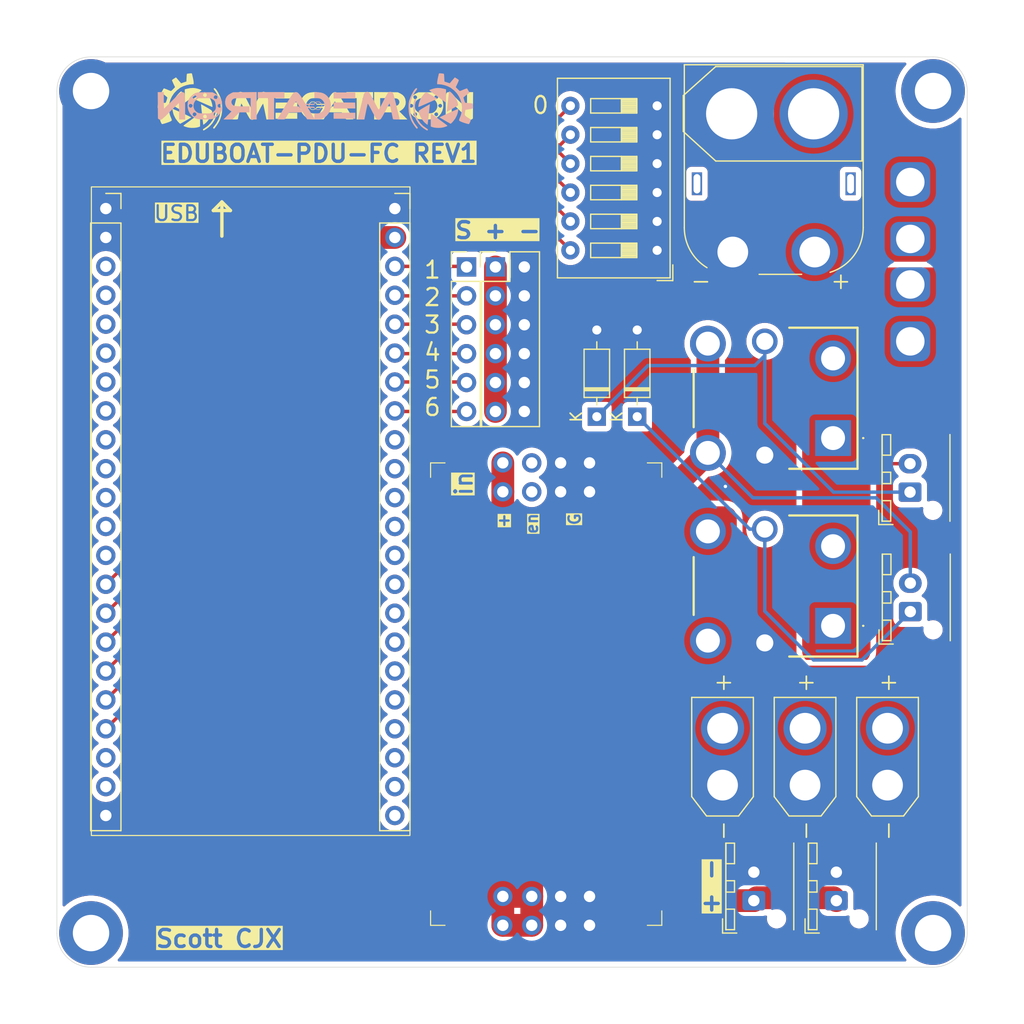
<source format=kicad_pcb>
(kicad_pcb (version 20241229) (generator "pcbnew") (generator_version "9.0")
  (layers (0 "F.Cu" signal) (2 "B.Cu" signal) (13 "F.Paste" user) (15 "B.Paste" user) (5 "F.SilkS" user "F.Silkscreen") (7 "B.SilkS" user "B.Silkscreen") (1 "F.Mask" user) (3 "B.Mask" user) (25 "Edge.Cuts" user))
  (net 0 "")
  (net 1 "V_{Fused}")
  (net 2 "+BATT")
  (net 3 "GND")
  (net 13 "/GP19")
  (net 14 "/GP48")
  (net 15 "/GP21")
  (net 16 "/CHNL-SEL-B1")
  (net 17 "/UART_TX")
  (net 18 "/GP36")
  (net 19 "/GP45")
  (net 20 "/UART_RX")
  (net 21 "/GP47")
  (net 22 "/CHNL-SEL-B4")
  (net 23 "/GP20")
  (net 24 "/CHNL-SEL-B5")
  (net 25 "/GP35")
  (net 26 "/GP37")
  (net 27 "/CHNL-SEL-B0")
  (net 28 "/CHNL-SEL-B2")
  (net 29 "/GP38")
  (net 30 "/GP00")
  (net 31 "/CHNL-SEL-B3")
  (net 32 "/GP07")
  (net 33 "+3V3")
  (net 34 "/GP05")
  (net 35 "/RST")
  (net 36 "/PWM-03")
  (net 37 "/GP04")
  (net 38 "/GP03")
  (net 39 "+5V")
  (net 40 "/GP08")
  (net 41 "/GP17")
  (net 42 "/PWM-04")
  (net 43 "/GP46")
  (net 44 "/GP18")
  (net 45 "/GP06")
  (net 46 "/PWM-06")
  (net 47 "/PWM-05")
  (net 48 "/GP15")
  (net 49 "/GP16")
  (net 50 "/PWM-01")
  (net 51 "/PWM-02")
  (net 52 "Net-(D101-K)")
  (net 53 "V_{HV}")
  (net 54 "Net-(D102-K)")
  (net 55 "V_{LV}")
  (net 56 "V_{HV-BUCK}")
  (footprint "MountingHole:MountingHole_3.2mm_M3_DIN965_Pad_TopBottom" (layer "F.Cu") (at 127 53)
    (property "Reference" "H102" (hide yes))
    (property "Value" "MountingHole_Pad")
    (pad "1" thru_hole circle (at 0 0) (size 3.6 3.6) (drill 3.2) (layers "*.Cu" "*.Mask"))
    (pad "1" connect circle (at 0 0) (size 5.6 5.6) (layers "F.Cu" "F.Mask"))
    (pad "1" connect circle (at 0 0) (size 5.6 5.6) (layers "B.Cu" "B.Mask"))
  )
  (footprint "Connector_PinSocket_2.54mm:PinSocket_1x22_P2.54mm_Vertical" (layer "F.Cu") (at 79.7 63.33)
    (property "Reference" "J102" (hide yes))
    (property "Value" "ESP32-R")
    (property "SIGP" "" (at 0 -6.35 0) (layer "F.SilkS" knockout) (effects (font (size 1.5 1.5) (thickness 0.3))))
    (pad "1" thru_hole rect (at 0 0) (size 1.7 1.7) (drill 1) (layers "*.Cu" "*.Mask") (net 3 "GND"))
    (pad "2" thru_hole oval (at 0 2.54) (size 1.7 1.7) (drill 1) (layers "*.Cu" "*.Mask") (net 39 "+5V"))
    (pad "3" thru_hole oval (at 0 5.08) (size 1.7 1.7) (drill 1) (layers "*.Cu" "*.Mask") (net 50 "/PWM-01"))
    (pad "4" thru_hole oval (at 0 7.62) (size 1.7 1.7) (drill 1) (layers "*.Cu" "*.Mask") (net 51 "/PWM-02"))
    (pad "5" thru_hole oval (at 0 10.16) (size 1.7 1.7) (drill 1) (layers "*.Cu" "*.Mask") (net 36 "/PWM-03"))
    (pad "6" thru_hole oval (at 0 12.7) (size 1.7 1.7) (drill 1) (layers "*.Cu" "*.Mask") (net 42 "/PWM-04"))
    (pad "7" thru_hole oval (at 0 15.24) (size 1.7 1.7) (drill 1) (layers "*.Cu" "*.Mask") (net 47 "/PWM-05"))
    (pad "8" thru_hole oval (at 0 17.78) (size 1.7 1.7) (drill 1) (layers "*.Cu" "*.Mask") (net 46 "/PWM-06"))
    (pad "9" thru_hole oval (at 0 20.32) (size 1.7 1.7) (drill 1) (layers "*.Cu" "*.Mask") (net 43 "/GP46"))
    (pad "10" thru_hole oval (at 0 22.86) (size 1.7 1.7) (drill 1) (layers "*.Cu" "*.Mask") (net 38 "/GP03"))
    (pad "11" thru_hole oval (at 0 25.4) (size 1.7 1.7) (drill 1) (layers "*.Cu" "*.Mask") (net 40 "/GP08"))
    (pad "12" thru_hole oval (at 0 27.94) (size 1.7 1.7) (drill 1) (layers "*.Cu" "*.Mask") (net 44 "/GP18"))
    (pad "13" thru_hole oval (at 0 30.48) (size 1.7 1.7) (drill 1) (layers "*.Cu" "*.Mask") (net 41 "/GP17"))
    (pad "14" thru_hole oval (at 0 33.02) (size 1.7 1.7) (drill 1) (layers "*.Cu" "*.Mask") (net 49 "/GP16"))
    (pad "15" thru_hole oval (at 0 35.56) (size 1.7 1.7) (drill 1) (layers "*.Cu" "*.Mask") (net 48 "/GP15"))
    (pad "16" thru_hole oval (at 0 38.1) (size 1.7 1.7) (drill 1) (layers "*.Cu" "*.Mask") (net 32 "/GP07"))
    (pad "17" thru_hole oval (at 0 40.64) (size 1.7 1.7) (drill 1) (layers "*.Cu" "*.Mask") (net 45 "/GP06"))
    (pad "18" thru_hole oval (at 0 43.18) (size 1.7 1.7) (drill 1) (layers "*.Cu" "*.Mask") (net 34 "/GP05"))
    (pad "19" thru_hole oval (at 0 45.72) (size 1.7 1.7) (drill 1) (layers "*.Cu" "*.Mask") (net 37 "/GP04"))
    (pad "20" thru_hole oval (at 0 48.26) (size 1.7 1.7) (drill 1) (layers "*.Cu" "*.Mask") (net 35 "/RST"))
    (pad "21" thru_hole oval (at 0 50.8) (size 1.7 1.7) (drill 1) (layers "*.Cu" "*.Mask") (net 33 "+3V3"))
    (pad "22" thru_hole oval (at 0 53.34) (size 1.7 1.7) (drill 1) (layers "*.Cu" "*.Mask") (net 33 "+3V3"))
  )
  (footprint "Connector_PinHeader_2.54mm:PinHeader_1x06_P2.54mm_Vertical" (layer "F.Cu") (at 86 68.46)
    (property "Reference" "J111" (hide yes))
    (property "Value" "PWM")
    (pad "1" thru_hole rect (at 0 0) (size 1.7 1.7) (drill 1) (layers "*.Cu" "*.Mask") (net 50 "/PWM-01"))
    (pad "2" thru_hole oval (at 0 2.54) (size 1.7 1.7) (drill 1) (layers "*.Cu" "*.Mask") (net 51 "/PWM-02"))
    (pad "3" thru_hole oval (at 0 5.08) (size 1.7 1.7) (drill 1) (layers "*.Cu" "*.Mask") (net 36 "/PWM-03"))
    (pad "4" thru_hole oval (at 0 7.62) (size 1.7 1.7) (drill 1) (layers "*.Cu" "*.Mask") (net 42 "/PWM-04"))
    (pad "5" thru_hole oval (at 0 10.16) (size 1.7 1.7) (drill 1) (layers "*.Cu" "*.Mask") (net 47 "/PWM-05"))
    (pad "6" thru_hole oval (at 0 12.7) (size 1.7 1.7) (drill 1) (layers "*.Cu" "*.Mask") (net 46 "/PWM-06"))
  )
  (footprint "MountingHole:MountingHole_3.2mm_M3_DIN965_Pad_TopBottom" (layer "F.Cu") (at 53 53)
    (property "Reference" "H101" (hide yes))
    (property "Value" "MountingHole_Pad")
    (pad "1" thru_hole circle (at 0 0) (size 3.6 3.6) (drill 3.2) (layers "*.Cu" "*.Mask") (net 3 "GND"))
    (pad "1" connect circle (at 0 0) (size 5.6 5.6) (layers "F.Cu" "F.Mask") (net 3 "GND"))
    (pad "1" connect circle (at 0 0) (size 5.6 5.6) (layers "B.Cu" "B.Mask") (net 3 "GND"))
  )
  (footprint "scottcjx-kicad-lib:JST_XH_B2B-XH-AM_1x02_P2.50mm_Vertical" (layer "F.Cu") (at 111.25 122.9 90)
    (property "Reference" "J110" (hide yes))
    (property "Value" "Conn_PWR")
    (fp_text user "+ -" (at 0 -3.81 90) (layer "F.SilkS" knockout) (effects (font (size 1.5 1.5) (thickness 0.3) (bold yes))))
    (pad "" np_thru_hole circle (at -2.85 2 90) (size 1.2 1.2) (drill 1.2) (layers "*.Cu" "*.Mask"))
    (pad "+" thru_hole roundrect (at -1.25 0 90) (size 1.7 2) (drill 1) (layers "*.Cu" "*.Mask") (roundrect_rratio 0.147059) (net 39 "+5V"))
    (pad "-" thru_hole oval (at 1.25 0 90) (size 1.7 2) (drill 1) (layers "*.Cu" "*.Mask") (net 3 "GND"))
  )
  (footprint "scottcjx-kicad-lib:G8PM1AW7RDC12" (layer "F.Cu") (at 113 96.5 180)
    (property "Reference" "K102" (hide yes))
    (property "Value" "Relay_SPST-NO" (hide yes))
    (pad "13" thru_hole circle (at 5.7875 -4.8 180) (size 3.15 3.15) (drill 2.1) (layers "*.Cu" "*.Mask") (net 53 "V_{HV}"))
    (pad "13" thru_hole circle (at 5.7875 4.8 180) (size 3.15 3.15) (drill 2.1) (layers "*.Cu" "*.Mask") (net 53 "V_{HV}"))
    (pad "14" thru_hole rect (at -5.2125 -3.5 180) (size 3.15 3.15) (drill 2.1) (layers "*.Cu" "*.Mask") (net 1 "V_{Fused}"))
    (pad "14" thru_hole circle (at -5.2125 3.5 180) (size 3.15 3.15) (drill 2.1) (layers "*.Cu" "*.Mask") (net 1 "V_{Fused}"))
    (pad "A1" thru_hole circle (at 0.7875 5 180) (size 2.25 2.25) (drill 1.5) (layers "*.Cu" "*.Mask") (net 54 "Net-(D102-K)"))
    (pad "A2" thru_hole circle (at 0.7875 -5 180) (size 2.25 2.25) (drill 1.5) (layers "*.Cu" "*.Mask") (net 3 "GND"))
  )
  (footprint "scottcjx-kicad-lib:AMASS_XT30U-M_1x02_P5.0mm_Vertical" (layer "F.Cu") (at 115.75 114 90)
    (property "Reference" "J106" (hide yes))
    (property "Value" "Conn_PWR")
    (fp_text user "-" (at -4 0 90) (layer "F.SilkS") (effects (font (size 1.5 1.5))))
    (fp_text user "+" (at 9 0 90) (layer "F.SilkS") (effects (font (size 1.5 1.5))))
    (pad "+" thru_hole circle (at 5 0 90) (size 3.8 3.8) (drill 2.7) (layers "*.Cu" "*.Mask") (net 53 "V_{HV}"))
    (pad "-" thru_hole rect (at 0 0 90) (size 3.8 3.8) (drill 2.7) (layers "*.Cu" "*.Mask") (net 3 "GND"))
  )
  (footprint "scottcjx-kicad-lib:G8PM1AW7RDC12" (layer "F.Cu") (at 113 80 180)
    (property "Reference" "K101" (hide yes))
    (property "Value" "Relay_SPST-NO" (hide yes))
    (pad "13" thru_hole circle (at 5.7875 -4.8 180) (size 3.15 3.15) (drill 2.1) (layers "*.Cu" "*.Mask") (net 55 "V_{LV}"))
    (pad "13" thru_hole circle (at 5.7875 4.8 180) (size 3.15 3.15) (drill 2.1) (layers "*.Cu" "*.Mask") (net 55 "V_{LV}"))
    (pad "14" thru_hole rect (at -5.2125 -3.5 180) (size 3.15 3.15) (drill 2.1) (layers "*.Cu" "*.Mask") (net 1 "V_{Fused}"))
    (pad "14" thru_hole circle (at -5.2125 3.5 180) (size 3.15 3.15) (drill 2.1) (layers "*.Cu" "*.Mask") (net 1 "V_{Fused}"))
    (pad "A1" thru_hole circle (at 0.7875 5 180) (size 2.25 2.25) (drill 1.5) (layers "*.Cu" "*.Mask") (net 52 "Net-(D101-K)"))
    (pad "A2" thru_hole circle (at 0.7875 -5 180) (size 2.25 2.25) (drill 1.5) (layers "*.Cu" "*.Mask") (net 3 "GND"))
  )
  (footprint "scottcjx-kicad-lib:JST_XH_B2B-XH-AM_1x02_P2.50mm_Vertical" (layer "F.Cu") (at 125 97.5 90)
    (property "Reference" "J107" (hide yes))
    (property "Value" "Conn_PWR")
    (pad "" np_thru_hole circle (at -2.85 2 90) (size 1.2 1.2) (drill 1.2) (layers "*.Cu" "*.Mask"))
    (pad "+" thru_hole roundrect (at -1.25 0 90) (size 1.7 2) (drill 1) (layers "*.Cu" "*.Mask") (roundrect_rratio 0.147059) (net 54 "Net-(D102-K)"))
    (pad "-" thru_hole oval (at 1.25 0 90) (size 1.7 2) (drill 1) (layers "*.Cu" "*.Mask") (net 55 "V_{LV}"))
  )
  (footprint "scottcjx-kicad-lib:FUSE-MCCQ-121" (layer "F.Cu") (at 125 68 -90)
    (property "Reference" "F101" (hide yes))
    (property "Value" "Fuse" (hide yes))
    (pad "1" thru_hole roundrect (at -7 0 270) (size 3.5 3.5) (drill 2.5) (layers "*.Cu" "*.Mask") (net 2 "+BATT"))
    (pad "1" thru_hole roundrect (at -2 0 270) (size 3 3.5) (drill 2.5) (layers "*.Cu" "*.Mask") (net 2 "+BATT"))
    (pad "2" thru_hole roundrect (at 2 0 270) (size 3 3.5) (drill 2.5) (layers "*.Cu" "*.Mask") (net 1 "V_{Fused}"))
    (pad "2" thru_hole roundrect (at 7 0 270) (size 3.5 3.5) (drill 2.5) (layers "*.Cu" "*.Mask") (net 1 "V_{Fused}"))
  )
  (footprint "MountingHole:MountingHole_3.2mm_M3_DIN965_Pad_TopBottom" (layer "F.Cu") (at 127 127)
    (property "Reference" "H104" (hide yes))
    (property "Value" "MountingHole_Pad")
    (pad "1" thru_hole circle (at 0 0) (size 3.6 3.6) (drill 3.2) (layers "*.Cu" "*.Mask"))
    (pad "1" connect circle (at 0 0) (size 5.6 5.6) (layers "F.Cu" "F.Mask"))
    (pad "1" connect circle (at 0 0) (size 5.6 5.6) (layers "B.Cu" "B.Mask"))
  )
  (footprint "scottcjx-kicad-lib:TPS5460 康威科技" (layer "F.Cu") (at 93 106 -90)
    (property "Reference" "U101" (hide yes))
    (property "Value" "TPS5460 康威科技")
    (fp_text user "G" (at -16 -2.5 90) (layer "F.SilkS" knockout) (effects (font (thickness 0.2) (bold yes)) (justify right)))
    (fp_text user "in" (at -18.5 7.25 90) (layer "F.SilkS" knockout) (effects (font (size 1.5 1.5) (thickness 0.25) (bold yes))))
    (fp_text user "en" (at -16 1.25 90) (layer "F.SilkS" knockout) (effects (font (thickness 0.2) (bold yes)) (justify right)))
    (fp_text user "+" (at -16 3.75 90) (layer "F.SilkS" knockout) (effects (font (thickness 0.2) (bold yes)) (justify right)))
    (pad "1" thru_hole oval (at -20.32 3.81 270) (size 1.7 1.7) (drill 1) (layers "*.Cu" "*.Mask") (net 55 "V_{LV}"))
    (pad "1" thru_hole oval (at -17.78 3.81 270) (size 1.7 1.7) (drill 1) (layers "*.Cu" "*.Mask") (net 55 "V_{LV}"))
    (pad "2" thru_hole oval (at 17.78 1.27 270) (size 1.7 1.7) (drill 1) (layers "*.Cu" "*.Mask") (net 39 "+5V"))
    (pad "2" thru_hole oval (at 17.78 3.81 270) (size 1.7 1.7) (drill 1) (layers "*.Cu" "*.Mask") (net 39 "+5V"))
    (pad "2" thru_hole oval (at 20.32 1.27 270) (size 1.7 1.7) (drill 1) (layers "*.Cu" "*.Mask") (net 39 "+5V"))
    (pad "2" thru_hole oval (at 20.32 3.81 270) (size 1.7 1.7) (drill 1) (layers "*.Cu" "*.Mask") (net 39 "+5V"))
    (pad "EN" thru_hole oval (at -20.32 1.27 270) (size 1.7 1.7) (drill 1) (layers "*.Cu" "*.Mask"))
    (pad "EN" thru_hole oval (at -17.78 1.27 270) (size 1.7 1.7) (drill 1) (layers "*.Cu" "*.Mask"))
    (pad "G" thru_hole oval (at -20.32 -3.81 270) (size 1.7 1.7) (drill 1) (layers "*.Cu" "*.Mask") (net 3 "GND"))
    (pad "G" thru_hole oval (at -20.32 -1.27 270) (size 1.7 1.7) (drill 1) (layers "*.Cu" "*.Mask") (net 3 "GND"))
    (pad "G" thru_hole oval (at -17.78 -3.81 270) (size 1.7 1.7) (drill 1) (layers "*.Cu" "*.Mask") (net 3 "GND"))
    (pad "G" thru_hole oval (at -17.78 -1.27 270) (size 1.7 1.7) (drill 1) (layers "*.Cu" "*.Mask") (net 3 "GND"))
    (pad "G" thru_hole oval (at 17.78 -3.81 270) (size 1.7 1.7) (drill 1) (layers "*.Cu" "*.Mask") (net 3 "GND"))
    (pad "G" thru_hole oval (at 17.78 -1.27 270) (size 1.7 1.7) (drill 1) (layers "*.Cu" "*.Mask") (net 3 "GND"))
    (pad "G" thru_hole oval (at 20.32 -3.81 270) (size 1.7 1.7) (drill 1) (layers "*.Cu" "*.Mask") (net 3 "GND"))
    (pad "G" thru_hole oval (at 20.32 -1.27 270) (size 1.7 1.7) (drill 1) (layers "*.Cu" "*.Mask") (net 3 "GND"))
  )
  (footprint "scottcjx-kicad-lib:AMASS_XT60PW-M_1x02_P7.20mm_Horizontal" (layer "F.Cu") (at 109.4 67.15)
    (property "Reference" "J103" (hide yes))
    (property "Value" "Batt")
    (fp_text user "+" (at 9.5 2.5 0) (layer "F.SilkS") (effects (font (size 1.5 1.5))))
    (fp_text user "-" (at -2.8 2.5 0) (layer "F.SilkS") (effects (font (size 1.5 1.5))))
    (pad "" thru_hole rect (at -3.15 -6) (size 0.9 2) (drill oval 0.6 1.7) (layers "*.Cu" "*.Mask"))
    (pad "" thru_hole rect (at 10.35 -6) (size 0.9 2) (drill oval 0.6 1.7) (layers "*.Cu" "*.Mask"))
    (pad "+" thru_hole circle (at 7.2 0) (size 4.1 4.1) (drill 2.7) (layers "*.Cu" "*.Mask") (net 2 "+BATT"))
    (pad "-" thru_hole roundrect (at 0 0) (size 4.1 4.1) (drill 2.7) (layers "*.Cu" "*.Mask") (net 3 "GND"))
  )
  (footprint "Diode_THT:D_DO-35_SOD27_P7.62mm_Horizontal" (layer "F.Cu") (at 101 81.62 90)
    (property "Reference" "D102" (hide yes))
    (property "Value" "D")
    (fp_text user "K" (at 0 -1.8 90) (layer "F.SilkS"))
    (pad "1" thru_hole rect (at 0 0 90) (size 1.6 1.6) (drill 0.8) (layers "*.Cu" "*.Mask") (net 54 "Net-(D102-K)"))
    (pad "2" thru_hole oval (at 7.62 0 90) (size 1.6 1.6) (drill 0.8) (layers "*.Cu" "*.Mask") (net 3 "GND"))
  )
  (footprint "Diode_THT:D_DO-35_SOD27_P7.62mm_Horizontal" (layer "F.Cu") (at 97.45 81.62 90)
    (property "Reference" "D101" (hide yes))
    (property "Value" "D")
    (fp_text user "K" (at 0 -1.8 90) (layer "F.SilkS"))
    (pad "1" thru_hole rect (at 0 0 90) (size 1.6 1.6) (drill 0.8) (layers "*.Cu" "*.Mask") (net 52 "Net-(D101-K)"))
    (pad "2" thru_hole oval (at 7.62 0 90) (size 1.6 1.6) (drill 0.8) (layers "*.Cu" "*.Mask") (net 3 "GND"))
  )
  (footprint "Connector_PinSocket_2.54mm:PinSocket_1x22_P2.54mm_Vertical" (layer "F.Cu") (at 54.3 63.33)
    (property "Reference" "J101" (hide yes))
    (property "Value" "ESP32-L")
    (property "SIGP" "" (at 0 -6.35 0) (layer "F.SilkS" knockout) (effects (font (size 1.5 1.5) (thickness 0.3))))
    (pad "1" thru_hole rect (at 0 0) (size 1.7 1.7) (drill 1) (layers "*.Cu" "*.Mask") (net 3 "GND"))
    (pad "2" thru_hole oval (at 0 2.54) (size 1.7 1.7) (drill 1) (layers "*.Cu" "*.Mask") (net 3 "GND"))
    (pad "3" thru_hole oval (at 0 5.08) (size 1.7 1.7) (drill 1) (layers "*.Cu" "*.Mask") (net 13 "/GP19"))
    (pad "4" thru_hole oval (at 0 7.62) (size 1.7 1.7) (drill 1) (layers "*.Cu" "*.Mask") (net 23 "/GP20"))
    (pad "5" thru_hole oval (at 0 10.16) (size 1.7 1.7) (drill 1) (layers "*.Cu" "*.Mask") (net 15 "/GP21"))
    (pad "6" thru_hole oval (at 0 12.7) (size 1.7 1.7) (drill 1) (layers "*.Cu" "*.Mask") (net 21 "/GP47"))
    (pad "7" thru_hole oval (at 0 15.24) (size 1.7 1.7) (drill 1) (layers "*.Cu" "*.Mask") (net 14 "/GP48"))
    (pad "8" thru_hole oval (at 0 17.78) (size 1.7 1.7) (drill 1) (layers "*.Cu" "*.Mask") (net 19 "/GP45"))
    (pad "9" thru_hole oval (at 0 20.32) (size 1.7 1.7) (drill 1) (layers "*.Cu" "*.Mask") (net 30 "/GP00"))
    (pad "10" thru_hole oval (at 0 22.86) (size 1.7 1.7) (drill 1) (layers "*.Cu" "*.Mask") (net 25 "/GP35"))
    (pad "11" thru_hole oval (at 0 25.4) (size 1.7 1.7) (drill 1) (layers "*.Cu" "*.Mask") (net 18 "/GP36"))
    (pad "12" thru_hole oval (at 0 27.94) (size 1.7 1.7) (drill 1) (layers "*.Cu" "*.Mask") (net 26 "/GP37"))
    (pad "13" thru_hole oval (at 0 30.48) (size 1.7 1.7) (drill 1) (layers "*.Cu" "*.Mask") (net 29 "/GP38"))
    (pad "14" thru_hole oval (at 0 33.02) (size 1.7 1.7) (drill 1) (layers "*.Cu" "*.Mask") (net 27 "/CHNL-SEL-B0"))
    (pad "15" thru_hole oval (at 0 35.56) (size 1.7 1.7) (drill 1) (layers "*.Cu" "*.Mask") (net 16 "/CHNL-SEL-B1"))
    (pad "16" thru_hole oval (at 0 38.1) (size 1.7 1.7) (drill 1) (layers "*.Cu" "*.Mask") (net 28 "/CHNL-SEL-B2"))
    (pad "17" thru_hole oval (at 0 40.64) (size 1.7 1.7) (drill 1) (layers "*.Cu" "*.Mask") (net 31 "/CHNL-SEL-B3"))
    (pad "18" thru_hole oval (at 0 43.18) (size 1.7 1.7) (drill 1) (layers "*.Cu" "*.Mask") (net 22 "/CHNL-SEL-B4"))
    (pad "19" thru_hole oval (at 0 45.72) (size 1.7 1.7) (drill 1) (layers "*.Cu" "*.Mask") (net 24 "/CHNL-SEL-B5"))
    (pad "20" thru_hole oval (at 0 48.26) (size 1.7 1.7) (drill 1) (layers "*.Cu" "*.Mask") (net 20 "/UART_RX"))
    (pad "21" thru_hole oval (at 0 50.8) (size 1.7 1.7) (drill 1) (layers "*.Cu" "*.Mask") (net 17 "/UART_TX"))
    (pad "22" thru_hole oval (at 0 53.34) (size 1.7 1.7) (drill 1) (layers "*.Cu" "*.Mask") (net 3 "GND"))
  )
  (footprint "scottcjx-kicad-lib:AMASS_XT30U-M_1x02_P5.0mm_Vertical" (layer "F.Cu") (at 123 114 90)
    (property "Reference" "J108" (hide yes))
    (property "Value" "Conn_PWR")
    (fp_text user "-" (at -4 0 90) (layer "F.SilkS") (effects (font (size 1.5 1.5))))
    (fp_text user "+" (at 9 0 90) (layer "F.SilkS") (effects (font (size 1.5 1.5))))
    (pad "+" thru_hole circle (at 5 0 90) (size 3.8 3.8) (drill 2.7) (layers "*.Cu" "*.Mask") (net 53 "V_{HV}"))
    (pad "-" thru_hole rect (at 0 0 90) (size 3.8 3.8) (drill 2.7) (layers "*.Cu" "*.Mask") (net 3 "GND"))
  )
  (footprint "Button_Switch_THT:SW_DIP_SPSTx06_Slide_9.78x17.42mm_W7.62mm_P2.54mm" (layer "F.Cu") (at 102.75 67 180)
    (property "Reference" "SW101" (hide yes))
    (property "Value" "SW_DIP_x06")
    (pad "1" thru_hole rect (at 0 0 180) (size 1.6 1.6) (drill 0.8) (layers "*.Cu" "*.Mask") (net 3 "GND"))
    (pad "2" thru_hole oval (at 0 2.54 180) (size 1.6 1.6) (drill 0.8) (layers "*.Cu" "*.Mask") (net 3 "GND"))
    (pad "3" thru_hole oval (at 0 5.08 180) (size 1.6 1.6) (drill 0.8) (layers "*.Cu" "*.Mask") (net 3 "GND"))
    (pad "4" thru_hole oval (at 0 7.62 180) (size 1.6 1.6) (drill 0.8) (layers "*.Cu" "*.Mask") (net 3 "GND"))
    (pad "5" thru_hole oval (at 0 10.16 180) (size 1.6 1.6) (drill 0.8) (layers "*.Cu" "*.Mask") (net 3 "GND"))
    (pad "6" thru_hole oval (at 0 12.7 180) (size 1.6 1.6) (drill 0.8) (layers "*.Cu" "*.Mask") (net 3 "GND"))
    (pad "7" thru_hole oval (at 7.62 12.7 180) (size 1.6 1.6) (drill 0.8) (layers "*.Cu" "*.Mask") (net 27 "/CHNL-SEL-B0"))
    (pad "8" thru_hole oval (at 7.62 10.16 180) (size 1.6 1.6) (drill 0.8) (layers "*.Cu" "*.Mask") (net 16 "/CHNL-SEL-B1"))
    (pad "9" thru_hole oval (at 7.62 7.62 180) (size 1.6 1.6) (drill 0.8) (layers "*.Cu" "*.Mask") (net 28 "/CHNL-SEL-B2"))
    (pad "10" thru_hole oval (at 7.62 5.08 180) (size 1.6 1.6) (drill 0.8) (layers "*.Cu" "*.Mask") (net 31 "/CHNL-SEL-B3"))
    (pad "11" thru_hole oval (at 7.62 2.54 180) (size 1.6 1.6) (drill 0.8) (layers "*.Cu" "*.Mask") (net 22 "/CHNL-SEL-B4"))
    (pad "12" thru_hole oval (at 7.62 0 180) (size 1.6 1.6) (drill 0.8) (layers "*.Cu" "*.Mask") (net 24 "/CHNL-SEL-B5"))
  )
  (footprint "mecatron-logo-fp:mecatron-logo-fp30" (layer "F.Cu") (at 72.5 54.25)
    (property "Reference" "G***" (hide yes))
    (property "Value" "LOGO" (hide yes))
  )
  (footprint "scottcjx-kicad-lib:JST_XH_B2B-XH-AM_1x02_P2.50mm_Vertical" (layer "F.Cu") (at 118.5 122.9 90)
    (property "Reference" "J113" (hide yes))
    (property "Value" "Conn_PWR")
    (pad "" np_thru_hole circle (at -2.85 2 90) (size 1.2 1.2) (drill 1.2) (layers "*.Cu" "*.Mask"))
    (pad "+" thru_hole roundrect (at -1.25 0 90) (size 1.7 2) (drill 1) (layers "*.Cu" "*.Mask") (roundrect_rratio 0.147059) (net 39 "+5V"))
    (pad "-" thru_hole oval (at 1.25 0 90) (size 1.7 2) (drill 1) (layers "*.Cu" "*.Mask") (net 3 "GND"))
  )
  (footprint "scottcjx-kicad-lib:AMASS_XT30U-M_1x02_P5.0mm_Vertical" (layer "F.Cu") (at 108.5 114 90)
    (property "Reference" "J105" (hide yes))
    (property "Value" "Conn_PWR")
    (fp_text user "+" (at 9 0 90) (layer "F.SilkS") (effects (font (size 1.5 1.5))))
    (fp_text user "-" (at -4 0 90) (layer "F.SilkS") (effects (font (size 1.5 1.5))))
    (pad "+" thru_hole circle (at 5 0 90) (size 3.8 3.8) (drill 2.7) (layers "*.Cu" "*.Mask") (net 53 "V_{HV}"))
    (pad "-" thru_hole rect (at 0 0 90) (size 3.8 3.8) (drill 2.7) (layers "*.Cu" "*.Mask") (net 3 "GND"))
  )
  (footprint "Connector_PinHeader_2.54mm:PinHeader_2x06_P2.54mm_Vertical" (layer "F.Cu") (at 88.54 68.46)
    (property "Reference" "J112" (hide yes))
    (property "Value" "PWM")
    (pad "1" thru_hole rect (at 0 0) (size 1.7 1.7) (drill 1) (layers "*.Cu" "*.Mask") (net 56 "V_{HV-BUCK}"))
    (pad "2" thru_hole oval (at 2.54 0) (size 1.7 1.7) (drill 1) (layers "*.Cu" "*.Mask") (net 3 "GND"))
    (pad "3" thru_hole oval (at 0 2.54) (size 1.7 1.7) (drill 1) (layers "*.Cu" "*.Mask") (net 56 "V_{HV-BUCK}"))
    (pad "4" thru_hole oval (at 2.54 2.54) (size 1.7 1.7) (drill 1) (layers "*.Cu" "*.Mask") (net 3 "GND"))
    (pad "5" thru_hole oval (at 0 5.08) (size 1.7 1.7) (drill 1) (layers "*.Cu" "*.Mask") (net 56 "V_{HV-BUCK}"))
    (pad "6" thru_hole oval (at 2.54 5.08) (size 1.7 1.7) (drill 1) (layers "*.Cu" "*.Mask") (net 3 "GND"))
    (pad "7" thru_hole oval (at 0 7.62) (size 1.7 1.7) (drill 1) (layers "*.Cu" "*.Mask") (net 56 "V_{HV-BUCK}"))
    (pad "8" thru_hole oval (at 2.54 7.62) (size 1.7 1.7) (drill 1) (layers "*.Cu" "*.Mask") (net 3 "GND"))
    (pad "9" thru_hole oval (at 0 10.16) (size 1.7 1.7) (drill 1) (layers "*.Cu" "*.Mask") (net 56 "V_{HV-BUCK}"))
    (pad "10" thru_hole oval (at 2.54 10.16) (size 1.7 1.7) (drill 1) (layers "*.Cu" "*.Mask") (net 3 "GND"))
    (pad "11" thru_hole oval (at 0 12.7) (size 1.7 1.7) (drill 1) (layers "*.Cu" "*.Mask") (net 56 "V_{HV-BUCK}"))
    (pad "12" thru_hole oval (at 2.54 12.7) (size 1.7 1.7) (drill 1) (layers "*.Cu" "*.Mask") (net 3 "GND"))
  )
  (footprint "scottcjx-kicad-lib:AMASS_XT60-M_1x02_P7.20mm_Vertical" (layer "F.Cu") (at 109.3 55)
    (property "Reference" "J109" (hide yes))
    (property "Value" "Batt")
    (pad "+" thru_hole circle (at 7.2 0) (size 6 6) (drill 4.5) (layers "*.Cu" "*.Mask") (net 2 "+BATT"))
    (pad "-" thru_hole roundrect (at 0 0) (size 6 6) (drill 4.5) (layers "*.Cu" "*.Mask") (net 3 "GND"))
  )
  (footprint "MountingHole:MountingHole_3.2mm_M3_DIN965_Pad_TopBottom" (layer "F.Cu") (at 53 127)
    (property "Reference" "H103" (hide yes))
    (property "Value" "MountingHole_Pad")
    (pad "1" thru_hole circle (at 0 0) (size 3.6 3.6) (drill 3.2) (layers "*.Cu" "*.Mask"))
    (pad "1" connect circle (at 0 0) (size 5.6 5.6) (layers "F.Cu" "F.Mask"))
    (pad "1" connect circle (at 0 0) (size 5.6 5.6) (layers "B.Cu" "B.Mask"))
  )
  (footprint "scottcjx-kicad-lib:JST_XH_B2B-XH-AM_1x02_P2.50mm_Vertical" (layer "F.Cu") (at 124.975 87 90)
    (property "Reference" "J104" (hide yes))
    (property "Value" "Conn_PWR")
    (pad "" np_thru_hole circle (at -2.85 2 90) (size 1.2 1.2) (drill 1.2) (layers "*.Cu" "*.Mask"))
    (pad "+" thru_hole roundrect (at -1.25 0 90) (size 1.7 2) (drill 1) (layers "*.Cu" "*.Mask") (roundrect_rratio 0.147059) (net 52 "Net-(D101-K)"))
    (pad "-" thru_hole oval (at 1.25 0 90) (size 1.7 2) (drill 1) (layers "*.Cu" "*.Mask") (net 1 "V_{Fused}"))
  )
  (footprint "mecatron-logo-fp:mecatron-logo-fp30" (layer "B.Cu") (at 72.93967 54.25 180)
    (property "Reference" "G***" (hide yes))
    (property "Value" "LOGO" (hide yes))
  )
  (gr_line (start 64.5 62.75) (end 63.75 63.5) (stroke (width 0.3)) (layer "F.SilkS"))
  (gr_line (start 65.25 63.5) (end 64.5 62.75) (stroke (width 0.3)) (layer "F.SilkS"))
  (gr_line (start 64.5 65.75) (end 64.5 62.75) (stroke (width 0.3)) (layer "F.SilkS"))
  (gr_line (start 63.75 63.5) (end 65.25 63.5) (stroke (width 0.3)) (layer "F.SilkS"))
  (gr_rect (start 53.03 61.425) (end 81.03 118.425) (stroke (width 0.1)) (fill no) (layer "F.SilkS"))
  (gr_line (start 127 130) (end 53 130) (stroke (width 0.05)) (layer "Edge.Cuts"))
  (gr_line (start 53 50) (end 127 50) (stroke (width 0.05)) (layer "Edge.Cuts"))
  (gr_line (start 130 53) (end 130 127) (stroke (width 0.05)) (layer "Edge.Cuts"))
  (gr_arc (start 53 130) (mid 50.87868 129.12132) (end 50 127) (stroke (width 0.05)) (layer "Edge.Cuts"))
  (gr_line (start 50 127) (end 50 53) (stroke (width 0.05)) (layer "Edge.Cuts"))
  (gr_arc (start 130 127) (mid 129.12132 129.12132) (end 127 130) (stroke (width 0.05)) (layer "Edge.Cuts"))
  (gr_arc (start 50 53) (mid 50.87868 50.87868) (end 53 50) (stroke (width 0.05)) (layer "Edge.Cuts"))
  (gr_arc (start 127 50) (mid 129.12132 50.87868) (end 130 53) (stroke (width 0.05)) (layer "Edge.Cuts"))
  (gr_text "USB" (at 60.5 63.75 0) (layer "F.SilkS" knockout) (effects (font (size 1.3 1.3) (thickness 0.2))))
  (gr_text "1\n2\n3\n4\n5\n6" (at 83 74.75 0) (layer "F.SilkS") (effects (font (size 1.5 1.5) (thickness 0.2))))
  (gr_text "0" (at 92.5 54.25 0) (layer "F.SilkS") (effects (font (size 1.5 1.5) (thickness 0.2))))
  (gr_text "S + -" (at 88.75 65.25 0) (layer "F.SilkS" knockout) (effects (font (size 1.41 1.5) (thickness 0.3) (bold yes))))
  (gr_text "Scott CJX" (at 64.25 127.5 0) (layer "F.SilkS" knockout) (effects (font (size 1.5 1.5) (thickness 0.3) (bold yes))))
  (gr_text "EDUBOAT-PDU-FC REV1" (at 73 58.5 0) (layer "F.SilkS" knockout) (effects (font (size 1.5 1.5) (thickness 0.3) (bold yes))))
  (segment (start 124.975 85.75) (end 120.4625 85.75) (width 0.3) (layer "F.Cu") (net 1))
  (segment (start 120.4625 85.75) (end 118.2125 83.5) (width 0.3) (layer "F.Cu") (net 1))
  (via (at 108.75 87.75) (size 0.6) (drill 0.3) (layers "F.Cu" "B.Cu") (net 3))
  (segment (start 71 62.292893) (end 71 82.19) (width 0.3) (layer "F.Cu") (net 16))
  (segment (start 94.213553 57.756447) (end 94.207107 57.75) (width 0.3) (layer "F.Cu") (net 16))
  (segment (start 75.542893 57.75) (end 71 62.292893) (width 0.3) (layer "F.Cu") (net 16))
  (segment (start 94.207107 57.75) (end 75.542893 57.75) (width 0.3) (layer "F.Cu") (net 16))
  (segment (start 95.13 56.84) (end 94.213553 57.756447) (width 0.3) (layer "F.Cu") (net 16))
  (segment (start 71 82.19) (end 54.3 98.89) (width 0.3) (layer "F.Cu") (net 16))
  (segment (start 72.5 63.042893) (end 76.292893 59.25) (width 0.3) (layer "F.Cu") (net 22))
  (segment (start 76.292893 59.25) (end 89.92 59.25) (width 0.3) (layer "F.Cu") (net 22))
  (segment (start 89.92 59.25) (end 95.13 64.46) (width 0.3) (layer "F.Cu") (net 22))
  (segment (start 54.3 106.51) (end 72.5 88.31) (width 0.3) (layer "F.Cu") (net 22))
  (segment (start 72.5 88.31) (end 72.5 63.042893) (width 0.3) (layer "F.Cu") (net 22))
  (segment (start 73 90.35) (end 54.3 109.05) (width 0.3) (layer "F.Cu") (net 24))
  (segment (start 87.88 59.75) (end 76.5 59.75) (width 0.3) (layer "F.Cu") (net 24))
  (segment (start 73 63.25) (end 73 90.35) (width 0.3) (layer "F.Cu") (net 24))
  (segment (start 95.13 67) (end 87.88 59.75) (width 0.3) (layer "F.Cu") (net 24))
  (segment (start 76.5 59.75) (end 73 63.25) (width 0.3) (layer "F.Cu") (net 24))
  (segment (start 71.917894 60.667893) (end 75.952893 56.632893) (width 0.3) (layer "F.Cu") (net 27))
  (segment (start 70.5 80.15) (end 70.5 62.085787) (width 0.3) (layer "F.Cu") (net 27))
  (segment (start 54.3 96.35) (end 70.5 80.15) (width 0.3) (layer "F.Cu") (net 27))
  (segment (start 75.952893 56.632893) (end 92.797107 56.632893) (width 0.3) (layer "F.Cu") (net 27))
  (segment (start 92.797107 56.632893) (end 95.13 54.3) (width 0.3) (layer "F.Cu") (net 27))
  (segment (start 70.5 62.085787) (end 71.917894 60.667893) (width 0.3) (layer "F.Cu") (net 27))
  (segment (start 95.13 59.38) (end 94 58.25) (width 0.3) (layer "F.Cu") (net 28))
  (segment (start 75.75 58.25) (end 71.5 62.5) (width 0.3) (layer "F.Cu") (net 28))
  (segment (start 94 58.25) (end 75.75 58.25) (width 0.3) (layer "F.Cu") (net 28))
  (segment (start 71.5 84.23) (end 54.3 101.43) (width 0.3) (layer "F.Cu") (net 28))
  (segment (start 71.5 62.5) (end 71.5 84.23) (width 0.3) (layer "F.Cu") (net 28))
  (segment (start 73.792893 61.042894) (end 73.792892 61.042894) (width 0.3) (layer "F.Cu") (net 31))
  (segment (start 76.085787 58.75) (end 73.792893 61.042894) (width 0.3) (layer "F.Cu") (net 31))
  (segment (start 91.96 58.75) (end 76.085787 58.75) (width 0.3) (layer "F.Cu") (net 31))
  (segment (start 95.13 61.92) (end 91.96 58.75) (width 0.3) (layer "F.Cu") (net 31))
  (segment (start 72 86.27) (end 54.3 103.97) (width 0.3) (layer "F.Cu") (net 31))
  (segment (start 72 62.835786) (end 72 86.27) (width 0.3) (layer "F.Cu") (net 31))
  (segment (start 73.792892 61.042894) (end 72 62.835786) (width 0.3) (layer "F.Cu") (net 31))
  (segment (start 79.7 73.49) (end 85.95 73.49) (width 0.3) (layer "F.Cu") (net 36))
  (segment (start 85.95 73.49) (end 86 73.54) (width 0.3) (layer "F.Cu") (net 36))
  (segment (start 77.38 65.87) (end 76.25 67) (width 2) (layer "F.Cu") (net 39))
  (segment (start 89.19 121.31) (end 89.48 121.02) (width 2) (layer "F.Cu") (net 39))
  (segment (start 91.73 121.02) (end 91.75 121) (width 2) (layer "F.Cu") (net 39))
  (segment (start 76.25 67) (end 76.25 121.75) (width 2) (layer "F.Cu") (net 39))
  (segment (start 89.19 123.78) (end 89.19 121.31) (width 2) (layer "F.Cu") (net 39))
  (segment (start 91.73 126.32) (end 91.73 123.78) (width 2) (layer "F.Cu") (net 39))
  (segment (start 111.25 124.15) (end 111.5 123.9) (width 2) (layer "F.Cu") (net 39))
  (segment (start 79.7 65.87) (end 77.38 65.87) (width 2) (layer "F.Cu") (net 39))
  (segment (start 118.25 123.9) (end 118.5 124.15) (width 2) (layer "F.Cu") (net 39))
  (segment (start 78.28 123.78) (end 89.19 123.78) (width 2) (layer "F.Cu") (net 39))
  (segment (start 89.48 121.02) (end 91.73 121.02) (width 2) (layer "F.Cu") (net 39))
  (segment (start 91.73 123.78) (end 89.19 123.78) (width 2) (layer "F.Cu") (net 39))
  (segment (start 100.25 121) (end 103.4 124.15) (width 2) (layer "F.Cu") (net 39))
  (segment (start 103.4 124.15) (end 111.25 124.15) (width 2) (layer "F.Cu") (net 39))
  (segment (start 91.75 121) (end 100.25 121) (width 2) (layer "F.Cu") (net 39))
  (segment (start 76.25 121.75) (end 78.28 123.78) (width 2) (layer "F.Cu") (net 39))
  (segment (start 91.73 123.78) (end 91.73 121.02) (width 2) (layer "F.Cu") (net 39))
  (segment (start 111.5 123.9) (end 118.25 123.9) (width 2) (layer "F.Cu") (net 39))
  (segment (start 89.19 126.32) (end 91.73 126.32) (width 2) (layer "F.Cu") (net 39))
  (segment (start 89.19 123.78) (end 89.19 126.32) (width 2) (layer "F.Cu") (net 39))
  (segment (start 86 76.08) (end 79.75 76.08) (width 0.3) (layer "F.Cu") (net 42))
  (segment (start 79.75 76.08) (end 79.7 76.03) (width 0.3) (layer "F.Cu") (net 42))
  (segment (start 86 81.16) (end 79.75 81.16) (width 0.3) (layer "F.Cu") (net 46))
  (segment (start 79.75 81.16) (end 79.7 81.11) (width 0.3) (layer "F.Cu") (net 46))
  (segment (start 85.95 78.57) (end 86 78.62) (width 0.3) (layer "F.Cu") (net 47))
  (segment (start 79.7 78.57) (end 85.95 78.57) (width 0.3) (layer "F.Cu") (net 47))
  (segment (start 85.95 68.41) (end 86 68.46) (width 0.3) (layer "F.Cu") (net 50))
  (segment (start 79.7 68.41) (end 85.95 68.41) (width 0.3) (layer "F.Cu") (net 50))
  (segment (start 86 71) (end 79.75 71) (width 0.3) (layer "F.Cu") (net 51))
  (segment (start 79.75 71) (end 79.7 70.95) (width 0.3) (layer "F.Cu") (net 51))
  (segment (start 97.45 81.62) (end 101.945 77.125) (width 0.3) (layer "B.Cu") (net 52))
  (segment (start 112.2125 82.2125) (end 112.2125 76.25) (width 0.3) (layer "B.Cu") (net 52))
  (segment (start 101.945 77.125) (end 111.3375 77.125) (width 0.3) (layer "B.Cu") (net 52))
  (segment (start 111.3375 77.125) (end 112.2125 76.25) (width 0.3) (layer "B.Cu") (net 52))
  (segment (start 118.25 88.25) (end 112.2125 82.2125) (width 0.3) (layer "B.Cu") (net 52))
  (segment (start 112.2125 76.25) (end 112.2125 75) (width 0.3) (layer "B.Cu") (net 52))
  (segment (start 124.975 88.25) (end 118.25 88.25) (width 0.3) (layer "B.Cu") (net 52))
  (segment (start 112.2125 98.7125) (end 112.2125 91.5) (width 0.3) (layer "B.Cu") (net 54))
  (segment (start 101 81.62) (end 110.88 91.5) (width 0.3) (layer "B.Cu") (net 54))
  (segment (start 116.5 103) (end 112.2125 98.7125) (width 0.3) (layer "B.Cu") (net 54))
  (segment (start 110.88 91.5) (end 112.2125 91.5) (width 0.3) (layer "B.Cu") (net 54))
  (segment (start 125 98.75) (end 120.75 103) (width 0.3) (layer "B.Cu") (net 54))
  (segment (start 120.75 103) (end 116.5 103) (width 0.3) (layer "B.Cu") (net 54))
  (segment (start 89.19 92.94) (end 90 93.75) (width 2) (layer "F.Cu") (net 55))
  (segment (start 107.2125 84.8) (end 107.2125 75.2) (width 2) (layer "F.Cu") (net 55))
  (segment (start 89.19 88.22) (end 89.19 92.94) (width 2) (layer "F.Cu") (net 55))
  (segment (start 98.2625 93.75) (end 107.2125 84.8) (width 2) (layer "F.Cu") (net 55))
  (segment (start 89.19 85.68) (end 89.19 88.22) (width 2) (layer "F.Cu") (net 55))
  (segment (start 90 93.75) (end 98.2625 93.75) (width 2) (layer "F.Cu") (net 55))
  (segment (start 107.2125 84.8) (end 111.1625 88.75) (width 0.3) (layer "B.Cu") (net 55))
  (segment (start 125 91.75) (end 125 96.25) (width 0.3) (layer "B.Cu") (net 55))
  (segment (start 122 88.75) (end 125 91.75) (width 0.3) (layer "B.Cu") (net 55))
  (segment (start 111.1625 88.75) (end 122 88.75) (width 0.3) (layer "B.Cu") (net 55))
  (segment (start 88.54 81.16) (end 88.54 68.46) (width 2) (layer "F.Cu") (net 56))
  (zone (net 53) (net_name "V_{HV}") (layer "F.Cu") (priority 3) (connect_pads yes (clearance 0.5)) (min_thickness 0.25) (fill yes (thermal_gap 0.5) (thermal_bridge_width 0.5) (smoothing fillet) (radius 1))
    (polygon (pts (xy 104.5 111.5) (xy 104.5 89.5) (xy 109.75 89.5) (xy 109.75 103.5) (xy 126.5 103.5) (xy 126.5 111.5)))
  )
  (zone (net 2) (net_name "+BATT") (layer "F.Cu") (priority 2) (connect_pads yes (clearance 0.5)) (min_thickness 0.25) (fill yes (thermal_gap 0.5) (thermal_bridge_width 0.5) (smoothing fillet) (radius 1))
    (polygon (pts (xy 128 68) (xy 122 68) (xy 118.5 70.75) (xy 113 70.75) (xy 113 51.25) (xy 121.5 51.25) (xy 121.5 58.25) (xy 128 58.25)))
  )
  (zone (net 1) (net_name "V_{Fused}") (layer "F.Cu") (priority 1) (connect_pads yes (clearance 0.5)) (min_thickness 0.25) (fill yes (thermal_gap 0.5) (thermal_bridge_width 0.5) (smoothing fillet) (radius 1))
    (polygon (pts (xy 122 68) (xy 115.5 74) (xy 115.5 103.25) (xy 121.5 103.25) (xy 121.5 79.5) (xy 128 79.5) (xy 128 68)))
  )
  (zone (net 3) (net_name "GND") (layers "F.Cu" "B.Cu") (connect_pads yes (clearance 0.5)) (min_thickness 0.25) (fill yes (thermal_gap 0.5) (thermal_bridge_width 0.5))
    (polygon (pts (xy 135 45) (xy 135 135) (xy 45 135) (xy 45 45)))
  )
)
</source>
